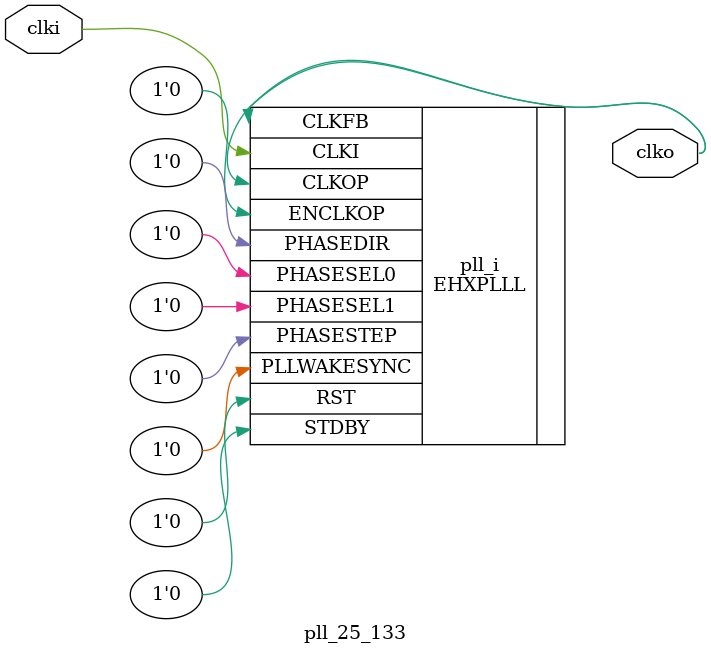
<source format=v>
`include "timescale.v"

module pll_25_133(input clki, output clko);
    (* ICP_CURRENT="6" *) (* LPF_RESISTOR="16" *) (* MFG_ENABLE_FILTEROPAMP="1" *) (* MFG_GMCREF_SEL="2" *)
    EHXPLLL #(
        .PLLRST_ENA("DISABLED"),
        .INTFB_WAKE("DISABLED"),
        .STDBY_ENABLE("DISABLED"),
        .DPHASE_SOURCE("DISABLED"),
        .CLKOP_FPHASE(0),
        .CLKOP_CPHASE(4),
        .OUTDIVIDER_MUXA("DIVA"),
        .CLKOP_ENABLE("ENABLED"),
        .CLKOP_DIV(5),
        .CLKFB_DIV(16),
        .CLKI_DIV(3),
        .FEEDBK_PATH("CLKOP")
    ) pll_i (
        .CLKI(clki),
        .CLKFB(clko),
        .CLKOP(clko),
        .RST(1'b0),
        .STDBY(1'b0),
        .PHASESEL0(1'b0),
        .PHASESEL1(1'b0),
        .PHASEDIR(1'b0),
        .PHASESTEP(1'b0),
        .PLLWAKESYNC(1'b0),
        .ENCLKOP(1'b0),
    );
endmodule

</source>
